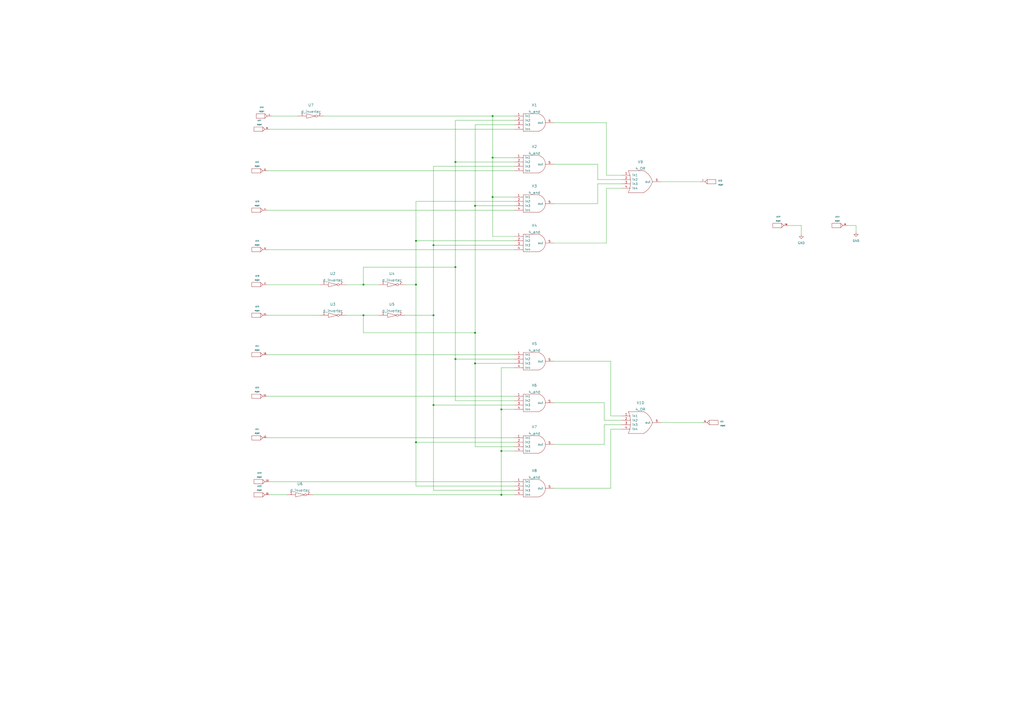
<source format=kicad_sch>
(kicad_sch (version 20211123) (generator eeschema)
  (paper "A2")
  (lib_symbols
    (symbol "eSim_Digital:d_inverter" (pin_names (offset 1.016))
      (property "Reference" "U" (at 0 -2.54 0))
      (property "Value" "d_inverter" (at 0 3.81 0))
      (symbol "d_inverter_0_1"
        (polyline (pts (xy -2.54 1.27) (xy -2.54 -1.27) (xy 2.54 0) (xy -2.54 1.27)))
      )
      (symbol "d_inverter_1_1"
        (pin input line (at -7.62 0 0) (length 5.08) (name "~") (number "1"))
        (pin output inverted (at 7.62 0 180) (length 5.08) (name "~") (number "2"))
      )
    )
    (symbol "eSim_Miscellaneous:PORT" (pin_names (offset 1.016))
      (property "Reference" "U" (at 1.27 2.54 0))
      (property "Value" "PORT" (at 0 0 0))
      (symbol "PORT_0_1"
        (rectangle (start -2.54 1.27) (end 2.54 -1.27))
        (arc (start 2.54 1.27) (mid 3.1355 0.5955) (end 3.81 0))
        (arc (start 3.81 0) (mid 3.1447 -0.6046) (end 2.54 -1.27))
      )
      (symbol "PORT_1_1"
        (pin bidirectional line (at 6.35 0 180) (length 2.54) (name "~") (number "1"))
      )
      (symbol "PORT_2_1"
        (pin bidirectional line (at 6.35 0 180) (length 2.54) (name "~") (number "2"))
      )
      (symbol "PORT_3_1"
        (pin bidirectional line (at 6.35 0 180) (length 2.54) (name "~") (number "3"))
      )
      (symbol "PORT_4_1"
        (pin bidirectional line (at 6.35 0 180) (length 2.54) (name "~") (number "4"))
      )
      (symbol "PORT_5_1"
        (pin bidirectional line (at 6.35 0 180) (length 2.54) (name "~") (number "5"))
      )
      (symbol "PORT_6_1"
        (pin bidirectional line (at 6.35 0 180) (length 2.54) (name "~") (number "6"))
      )
      (symbol "PORT_7_1"
        (pin bidirectional line (at 6.35 0 180) (length 2.54) (name "~") (number "7"))
      )
      (symbol "PORT_8_1"
        (pin bidirectional line (at 6.35 0 180) (length 2.54) (name "~") (number "8"))
      )
      (symbol "PORT_9_1"
        (pin bidirectional line (at 6.35 0 180) (length 2.54) (name "~") (number "9"))
      )
      (symbol "PORT_10_1"
        (pin bidirectional line (at 6.35 0 180) (length 2.54) (name "~") (number "10"))
      )
      (symbol "PORT_11_1"
        (pin bidirectional line (at 6.35 0 180) (length 2.54) (name "~") (number "11"))
      )
      (symbol "PORT_12_1"
        (pin bidirectional line (at 6.35 0 180) (length 2.54) (name "~") (number "12"))
      )
      (symbol "PORT_13_1"
        (pin bidirectional line (at 6.35 0 180) (length 2.54) (name "~") (number "13"))
      )
      (symbol "PORT_14_1"
        (pin bidirectional line (at 6.35 0 180) (length 2.54) (name "~") (number "14"))
      )
      (symbol "PORT_15_1"
        (pin bidirectional line (at 6.35 0 180) (length 2.54) (name "~") (number "15"))
      )
      (symbol "PORT_16_1"
        (pin bidirectional line (at 6.35 0 180) (length 2.54) (name "~") (number "16"))
      )
      (symbol "PORT_17_1"
        (pin bidirectional line (at 6.35 0 180) (length 2.54) (name "~") (number "17"))
      )
      (symbol "PORT_18_1"
        (pin bidirectional line (at 6.35 0 180) (length 2.54) (name "~") (number "18"))
      )
      (symbol "PORT_19_1"
        (pin bidirectional line (at 6.35 0 180) (length 2.54) (name "~") (number "19"))
      )
      (symbol "PORT_20_1"
        (pin bidirectional line (at 6.35 0 180) (length 2.54) (name "~") (number "20"))
      )
      (symbol "PORT_21_1"
        (pin bidirectional line (at 6.35 0 180) (length 2.54) (name "~") (number "21"))
      )
      (symbol "PORT_22_1"
        (pin bidirectional line (at 6.35 0 180) (length 2.54) (name "~") (number "22"))
      )
      (symbol "PORT_23_1"
        (pin bidirectional line (at 6.35 0 180) (length 2.54) (name "~") (number "23"))
      )
      (symbol "PORT_24_1"
        (pin bidirectional line (at 6.35 0 180) (length 2.54) (name "~") (number "24"))
      )
      (symbol "PORT_25_1"
        (pin bidirectional line (at 6.35 0 180) (length 2.54) (name "~") (number "25"))
      )
      (symbol "PORT_26_1"
        (pin bidirectional line (at 6.35 0 180) (length 2.54) (name "~") (number "26"))
      )
    )
    (symbol "eSim_Power:eSim_GND" (power) (pin_names (offset 0))
      (property "Value" "eSim_GND" (at 0 -3.81 0))
      (symbol "eSim_GND_0_1"
        (polyline (pts (xy 0 0) (xy 0 -1.27) (xy 1.27 -1.27) (xy 0 -2.54) (xy -1.27 -1.27) (xy 0 -1.27)))
      )
      (symbol "eSim_GND_1_1"
        (pin power_in line (at 0 0 270) (length 0) hide (name "GND") (number "1"))
      )
    )
    (symbol "eSim_Subckt:4_OR" (pin_names (offset 1.016))
      (property "Reference" "X" (at 3.81 -2.54 0))
      (property "Value" "4_OR" (at 3.81 2.54 0))
      (symbol "4_OR_0_1"
        (arc (start -5.08 -6.35) (mid -3.81 0) (end -5.08 6.35))
        (polyline (pts (xy -5.08 -6.35) (xy 3.81 -6.35)))
        (polyline (pts (xy -5.08 6.35) (xy 3.81 6.35)))
        (arc (start 3.81 -6.35) (mid 6.9463 -3.651) (end 8.89 0))
        (arc (start 8.89 0) (mid 7.0265 3.7162) (end 3.81 6.35))
      )
      (symbol "4_OR_1_1"
        (pin input line (at -8.89 3.81 0) (length 5.08) (name "in1") (number "1"))
        (pin input line (at -8.89 1.27 0) (length 5.08) (name "in2") (number "2"))
        (pin input line (at -8.89 -1.27 0) (length 5.08) (name "in3") (number "3"))
        (pin input line (at -8.89 -3.81 0) (length 5.08) (name "in4") (number "4"))
        (pin output line (at 13.97 0 180) (length 5.08) (name "out") (number "5"))
      )
    )
    (symbol "eSim_Subckt:4_and" (pin_names (offset 1.016))
      (property "Reference" "X" (at 1.27 -1.27 0))
      (property "Value" "4_and" (at 2.54 2.54 0))
      (symbol "4_and_0_1"
        (polyline (pts (xy -5.08 5.08) (xy 3.81 5.08)))
        (polyline (pts (xy -5.08 5.08) (xy -5.08 -5.08) (xy 1.27 -5.08) (xy 3.81 -5.08)))
        (arc (start 3.81 -5.08) (mid 7.7763 0) (end 3.81 5.08))
      )
      (symbol "4_and_1_1"
        (pin input line (at -10.16 3.81 0) (length 5.08) (name "in1") (number "1"))
        (pin input line (at -10.16 1.27 0) (length 5.08) (name "in2") (number "2"))
        (pin input line (at -10.16 -1.27 0) (length 5.08) (name "in3") (number "3"))
        (pin input line (at -10.16 -3.81 0) (length 5.08) (name "in4") (number "4"))
        (pin output line (at 12.7 0 180) (length 5.08) (name "out") (number "5"))
      )
    )
  )
  (junction (at 285.75 91.44))
  (junction (at 275.59 193.04))
  (junction (at 264.16 154.94))
  (junction (at 264.16 93.98))
  (junction (at 264.16 208.28))
  (junction (at 251.46 234.95))
  (junction (at 241.3 165.1))
  (junction (at 275.59 119.38))
  (junction (at 290.83 237.49))
  (junction (at 210.82 165.1))
  (junction (at 251.46 142.24))
  (junction (at 285.75 67.31))
  (junction (at 251.46 182.88))
  (junction (at 241.3 256.54))
  (junction (at 285.75 114.3))
  (junction (at 290.83 261.62))
  (junction (at 210.82 182.88))
  (junction (at 290.83 287.02))
  (junction (at 275.59 210.82))
  (junction (at 241.3 139.7))
  (wire (pts (xy 154.94 254) (xy 298.45 254)))
  (wire (pts (xy 241.3 256.54) (xy 298.45 256.54)))
  (wire (pts (xy 383.54 105.41) (xy 406.4 105.41)))
  (wire (pts (xy 285.75 67.31) (xy 298.45 67.31)))
  (wire (pts (xy 464.82 130.81) (xy 457.2 130.81)))
  (wire (pts (xy 241.3 139.7) (xy 298.45 139.7)))
  (wire (pts (xy 210.82 182.88) (xy 219.71 182.88)))
  (wire (pts (xy 251.46 96.52) (xy 298.45 96.52)))
  (wire (pts (xy 354.33 209.55) (xy 354.33 241.3)))
  (wire (pts (xy 251.46 234.95) (xy 251.46 182.88)))
  (wire (pts (xy 251.46 234.95) (xy 298.45 234.95)))
  (wire (pts (xy 154.94 121.92) (xy 298.45 121.92)))
  (wire (pts (xy 350.52 233.68) (xy 350.52 243.84)))
  (wire (pts (xy 321.31 140.97) (xy 351.79 140.97)))
  (wire (pts (xy 241.3 256.54) (xy 241.3 281.94)))
  (wire (pts (xy 321.31 257.81) (xy 350.52 257.81)))
  (wire (pts (xy 290.83 287.02) (xy 298.45 287.02)))
  (wire (pts (xy 290.83 261.62) (xy 298.45 261.62)))
  (wire (pts (xy 154.94 205.74) (xy 298.45 205.74)))
  (wire (pts (xy 298.45 259.08) (xy 275.59 259.08)))
  (wire (pts (xy 351.79 140.97) (xy 351.79 109.22)))
  (wire (pts (xy 154.94 144.78) (xy 298.45 144.78)))
  (wire (pts (xy 275.59 72.39) (xy 275.59 119.38)))
  (wire (pts (xy 156.21 279.4) (xy 298.45 279.4)))
  (wire (pts (xy 275.59 119.38) (xy 275.59 193.04)))
  (wire (pts (xy 290.83 261.62) (xy 290.83 287.02)))
  (wire (pts (xy 210.82 182.88) (xy 210.82 193.04)))
  (wire (pts (xy 290.83 237.49) (xy 290.83 261.62)))
  (wire (pts (xy 154.94 99.06) (xy 298.45 99.06)))
  (wire (pts (xy 321.31 209.55) (xy 354.33 209.55)))
  (wire (pts (xy 275.59 210.82) (xy 298.45 210.82)))
  (wire (pts (xy 275.59 72.39) (xy 298.45 72.39)))
  (wire (pts (xy 264.16 208.28) (xy 298.45 208.28)))
  (wire (pts (xy 354.33 248.92) (xy 360.68 248.92)))
  (wire (pts (xy 290.83 237.49) (xy 298.45 237.49)))
  (wire (pts (xy 321.31 71.12) (xy 351.79 71.12)))
  (wire (pts (xy 346.71 106.68) (xy 360.68 106.68)))
  (wire (pts (xy 210.82 154.94) (xy 264.16 154.94)))
  (wire (pts (xy 264.16 232.41) (xy 264.16 208.28)))
  (wire (pts (xy 200.66 165.1) (xy 210.82 165.1)))
  (wire (pts (xy 210.82 165.1) (xy 219.71 165.1)))
  (wire (pts (xy 321.31 233.68) (xy 350.52 233.68)))
  (wire (pts (xy 154.94 182.88) (xy 185.42 182.88)))
  (wire (pts (xy 354.33 241.3) (xy 360.68 241.3)))
  (wire (pts (xy 241.3 116.84) (xy 241.3 139.7)))
  (wire (pts (xy 464.82 135.89) (xy 464.82 130.81)))
  (wire (pts (xy 298.45 232.41) (xy 264.16 232.41)))
  (wire (pts (xy 234.95 165.1) (xy 241.3 165.1)))
  (wire (pts (xy 264.16 93.98) (xy 264.16 69.85)))
  (wire (pts (xy 285.75 91.44) (xy 298.45 91.44)))
  (wire (pts (xy 383.54 245.11) (xy 407.67 245.11)))
  (wire (pts (xy 350.52 243.84) (xy 360.68 243.84)))
  (wire (pts (xy 181.61 287.02) (xy 290.83 287.02)))
  (wire (pts (xy 290.83 213.36) (xy 290.83 237.49)))
  (wire (pts (xy 264.16 208.28) (xy 264.16 154.94)))
  (wire (pts (xy 200.66 182.88) (xy 210.82 182.88)))
  (wire (pts (xy 157.48 67.31) (xy 172.72 67.31)))
  (wire (pts (xy 156.21 287.02) (xy 166.37 287.02)))
  (wire (pts (xy 210.82 193.04) (xy 275.59 193.04)))
  (wire (pts (xy 275.59 193.04) (xy 275.59 210.82)))
  (wire (pts (xy 346.71 95.25) (xy 346.71 104.14)))
  (wire (pts (xy 275.59 210.82) (xy 275.59 259.08)))
  (wire (pts (xy 298.45 116.84) (xy 241.3 116.84)))
  (wire (pts (xy 350.52 246.38) (xy 360.68 246.38)))
  (wire (pts (xy 350.52 257.81) (xy 350.52 246.38)))
  (wire (pts (xy 264.16 93.98) (xy 298.45 93.98)))
  (wire (pts (xy 285.75 114.3) (xy 298.45 114.3)))
  (wire (pts (xy 321.31 118.11) (xy 346.71 118.11)))
  (wire (pts (xy 285.75 114.3) (xy 285.75 91.44)))
  (wire (pts (xy 251.46 182.88) (xy 251.46 142.24)))
  (wire (pts (xy 285.75 137.16) (xy 285.75 114.3)))
  (wire (pts (xy 156.21 74.93) (xy 298.45 74.93)))
  (wire (pts (xy 351.79 71.12) (xy 351.79 101.6)))
  (wire (pts (xy 154.94 165.1) (xy 185.42 165.1)))
  (wire (pts (xy 187.96 67.31) (xy 285.75 67.31)))
  (wire (pts (xy 496.57 134.62) (xy 496.57 130.81)))
  (wire (pts (xy 321.31 283.21) (xy 354.33 283.21)))
  (wire (pts (xy 298.45 137.16) (xy 285.75 137.16)))
  (wire (pts (xy 264.16 69.85) (xy 298.45 69.85)))
  (wire (pts (xy 298.45 284.48) (xy 251.46 284.48)))
  (wire (pts (xy 251.46 142.24) (xy 251.46 96.52)))
  (wire (pts (xy 241.3 165.1) (xy 241.3 256.54)))
  (wire (pts (xy 351.79 109.22) (xy 360.68 109.22)))
  (wire (pts (xy 154.94 229.87) (xy 298.45 229.87)))
  (wire (pts (xy 354.33 283.21) (xy 354.33 248.92)))
  (wire (pts (xy 241.3 281.94) (xy 298.45 281.94)))
  (wire (pts (xy 285.75 91.44) (xy 285.75 67.31)))
  (wire (pts (xy 321.31 95.25) (xy 346.71 95.25)))
  (wire (pts (xy 346.71 104.14) (xy 360.68 104.14)))
  (wire (pts (xy 234.95 182.88) (xy 251.46 182.88)))
  (wire (pts (xy 298.45 213.36) (xy 290.83 213.36)))
  (wire (pts (xy 346.71 118.11) (xy 346.71 106.68)))
  (wire (pts (xy 241.3 139.7) (xy 241.3 165.1)))
  (wire (pts (xy 275.59 119.38) (xy 298.45 119.38)))
  (wire (pts (xy 351.79 101.6) (xy 360.68 101.6)))
  (wire (pts (xy 210.82 165.1) (xy 210.82 154.94)))
  (wire (pts (xy 251.46 284.48) (xy 251.46 234.95)))
  (wire (pts (xy 496.57 130.81) (xy 491.49 130.81)))
  (wire (pts (xy 264.16 154.94) (xy 264.16 93.98)))
  (wire (pts (xy 251.46 142.24) (xy 298.45 142.24)))
  (symbol (lib_id "eSim_Subckt:4_and") (at 308.61 140.97 0) (unit 1)
    (property "Reference" "X4" (at 309.9581 130.81 0) (effects (font (size 1.524 1.524))))
    (property "Value" "4_and" (at 309.9581 134.62 0) (effects (font (size 1.524 1.524))))
  )
  (symbol (lib_id "eSim_Power:eSim_GND") (at 496.57 134.62 0) (unit 1)
    (property "Reference" "#PWR02" (effects hide))
    (property "Value" "eSim_GND" (at 496.57 139.7 0))
  )
  (symbol (lib_id "eSim_Miscellaneous:PORT") (at 148.59 121.92 0) (unit 4)
    (property "Reference" "U1" (at 149.225 116.84 0) (effects (font (size 0.762 0.762))))
    (property "Value" "PORT" (at 149.225 119.38 0) (effects (font (size 0.762 0.762))))
  )
  (symbol (lib_id "eSim_Subckt:4_and") (at 308.61 283.21 0) (unit 1)
    (property "Reference" "X8" (at 309.9581 273.05 0) (effects (font (size 1.524 1.524))))
    (property "Value" "4_and" (at 309.9581 276.86 0) (effects (font (size 1.524 1.524))))
  )
  (symbol (lib_id "eSim_Miscellaneous:PORT") (at 148.59 229.87 0) (unit 11)
    (property "Reference" "U1" (at 149.225 224.79 0) (effects (font (size 0.762 0.762))))
    (property "Value" "PORT" (at 149.225 227.33 0) (effects (font (size 0.762 0.762))))
  )
  (symbol (lib_id "eSim_Miscellaneous:PORT") (at 151.13 67.31 0) (unit 1)
    (property "Reference" "U1" (at 151.765 62.23 0) (effects (font (size 0.762 0.762))))
    (property "Value" "PORT" (at 151.765 64.77 0) (effects (font (size 0.762 0.762))))
  )
  (symbol (lib_id "eSim_Miscellaneous:PORT") (at 149.86 279.4 0) (unit 13)
    (property "Reference" "U1" (at 150.495 274.32 0) (effects (font (size 0.762 0.762))))
    (property "Value" "PORT" (at 150.495 276.86 0) (effects (font (size 0.762 0.762))))
  )
  (symbol (lib_id "eSim_Miscellaneous:PORT") (at 148.59 144.78 0) (unit 3)
    (property "Reference" "U1" (at 149.225 139.7 0) (effects (font (size 0.762 0.762))))
    (property "Value" "PORT" (at 149.225 142.24 0) (effects (font (size 0.762 0.762))))
  )
  (symbol (lib_id "eSim_Miscellaneous:PORT") (at 148.59 99.06 0) (unit 5)
    (property "Reference" "U1" (at 149.225 93.98 0) (effects (font (size 0.762 0.762))))
    (property "Value" "PORT" (at 149.225 96.52 0) (effects (font (size 0.762 0.762))))
  )
  (symbol (lib_id "eSim_Miscellaneous:PORT") (at 148.59 182.88 0) (unit 14)
    (property "Reference" "U1" (at 149.225 177.8 0) (effects (font (size 0.762 0.762))))
    (property "Value" "PORT" (at 149.225 180.34 0) (effects (font (size 0.762 0.762))))
  )
  (symbol (lib_id "eSim_Digital:d_inverter") (at 173.99 287.02 0) (unit 1)
    (property "Reference" "U6" (at 173.99 280.67 0) (effects (font (size 1.524 1.524))))
    (property "Value" "d_inverter" (at 173.99 284.48 0) (effects (font (size 1.524 1.524))))
  )
  (symbol (lib_id "eSim_Digital:d_inverter") (at 227.33 182.88 0) (unit 1)
    (property "Reference" "U5" (at 227.33 176.53 0) (effects (font (size 1.524 1.524))))
    (property "Value" "d_inverter" (at 227.33 180.34 0) (effects (font (size 1.524 1.524))))
  )
  (symbol (lib_id "eSim_Miscellaneous:PORT") (at 412.75 105.41 180) (unit 7)
    (property "Reference" "U1" (at 416.56 104.775 0) (effects (font (size 0.762 0.762)) (justify right)))
    (property "Value" "PORT" (at 416.56 107.315 0) (effects (font (size 0.762 0.762)) (justify right)))
  )
  (symbol (lib_id "eSim_Miscellaneous:PORT") (at 148.59 205.74 0) (unit 10)
    (property "Reference" "U1" (at 149.225 200.66 0) (effects (font (size 0.762 0.762))))
    (property "Value" "PORT" (at 149.225 203.2 0) (effects (font (size 0.762 0.762))))
  )
  (symbol (lib_id "eSim_Miscellaneous:PORT") (at 485.14 130.81 0) (unit 8)
    (property "Reference" "U1" (at 485.775 125.73 0) (effects (font (size 0.762 0.762))))
    (property "Value" "PORT" (at 485.775 128.27 0) (effects (font (size 0.762 0.762))))
  )
  (symbol (lib_id "eSim_Miscellaneous:PORT") (at 149.86 74.93 0) (unit 6)
    (property "Reference" "U1" (at 150.495 69.85 0) (effects (font (size 0.762 0.762))))
    (property "Value" "PORT" (at 150.495 72.39 0) (effects (font (size 0.762 0.762))))
  )
  (symbol (lib_id "eSim_Miscellaneous:PORT") (at 149.86 287.02 0) (unit 15)
    (property "Reference" "U1" (at 150.495 281.94 0) (effects (font (size 0.762 0.762))))
    (property "Value" "PORT" (at 150.495 284.48 0) (effects (font (size 0.762 0.762))))
  )
  (symbol (lib_id "eSim_Digital:d_inverter") (at 193.04 165.1 0) (unit 1)
    (property "Reference" "U2" (at 193.04 158.75 0) (effects (font (size 1.524 1.524))))
    (property "Value" "d_inverter" (at 193.04 162.56 0) (effects (font (size 1.524 1.524))))
  )
  (symbol (lib_id "eSim_Miscellaneous:PORT") (at 148.59 165.1 0) (unit 2)
    (property "Reference" "U1" (at 149.225 160.02 0) (effects (font (size 0.762 0.762))))
    (property "Value" "PORT" (at 149.225 162.56 0) (effects (font (size 0.762 0.762))))
  )
  (symbol (lib_id "eSim_Subckt:4_and") (at 308.61 95.25 0) (unit 1)
    (property "Reference" "X2" (at 309.9581 85.09 0) (effects (font (size 1.524 1.524))))
    (property "Value" "4_and" (at 309.9581 88.9 0) (effects (font (size 1.524 1.524))))
  )
  (symbol (lib_id "eSim_Subckt:4_and") (at 308.61 257.81 0) (unit 1)
    (property "Reference" "X7" (at 309.9581 247.65 0) (effects (font (size 1.524 1.524))))
    (property "Value" "4_and" (at 309.9581 251.46 0) (effects (font (size 1.524 1.524))))
  )
  (symbol (lib_id "eSim_Miscellaneous:PORT") (at 148.59 254 0) (unit 12)
    (property "Reference" "U1" (at 149.225 248.92 0) (effects (font (size 0.762 0.762))))
    (property "Value" "PORT" (at 149.225 251.46 0) (effects (font (size 0.762 0.762))))
  )
  (symbol (lib_id "eSim_Power:eSim_GND") (at 464.82 135.89 0) (unit 1)
    (property "Reference" "#PWR01" (effects hide))
    (property "Value" "eSim_GND" (at 464.82 140.97 0))
  )
  (symbol (lib_id "eSim_Miscellaneous:PORT") (at 450.85 130.81 0) (unit 16)
    (property "Reference" "U1" (at 451.485 125.73 0) (effects (font (size 0.762 0.762))))
    (property "Value" "PORT" (at 451.485 128.27 0) (effects (font (size 0.762 0.762))))
  )
  (symbol (lib_id "eSim_Subckt:4_and") (at 308.61 209.55 0) (unit 1)
    (property "Reference" "X5" (at 309.9581 199.39 0) (effects (font (size 1.524 1.524))))
    (property "Value" "4_and" (at 309.9581 203.2 0) (effects (font (size 1.524 1.524))))
  )
  (symbol (lib_id "eSim_Digital:d_inverter") (at 227.33 165.1 0) (unit 1)
    (property "Reference" "U4" (at 227.33 158.75 0) (effects (font (size 1.524 1.524))))
    (property "Value" "d_inverter" (at 227.33 162.56 0) (effects (font (size 1.524 1.524))))
  )
  (symbol (lib_id "eSim_Subckt:4_OR") (at 369.57 245.11 0) (unit 1)
    (property "Reference" "X10" (at 371.475 233.68 0) (effects (font (size 1.524 1.524))))
    (property "Value" "4_OR" (at 371.475 237.49 0) (effects (font (size 1.524 1.524))))
  )
  (symbol (lib_id "eSim_Digital:d_inverter") (at 180.34 67.31 0) (unit 1)
    (property "Reference" "U7" (at 180.34 60.96 0) (effects (font (size 1.524 1.524))))
    (property "Value" "d_inverter" (at 180.34 64.77 0) (effects (font (size 1.524 1.524))))
  )
  (symbol (lib_id "eSim_Subckt:4_OR") (at 369.57 105.41 0) (unit 1)
    (property "Reference" "X9" (at 371.475 93.98 0) (effects (font (size 1.524 1.524))))
    (property "Value" "4_OR" (at 371.475 97.79 0) (effects (font (size 1.524 1.524))))
  )
  (symbol (lib_id "eSim_Subckt:4_and") (at 308.61 233.68 0) (unit 1)
    (property "Reference" "X6" (at 309.9581 223.52 0) (effects (font (size 1.524 1.524))))
    (property "Value" "4_and" (at 309.9581 227.33 0) (effects (font (size 1.524 1.524))))
  )
  (symbol (lib_id "eSim_Digital:d_inverter") (at 193.04 182.88 0) (unit 1)
    (property "Reference" "U3" (at 193.04 176.53 0) (effects (font (size 1.524 1.524))))
    (property "Value" "d_inverter" (at 193.04 180.34 0) (effects (font (size 1.524 1.524))))
  )
  (symbol (lib_id "eSim_Subckt:4_and") (at 308.61 71.12 0) (unit 1)
    (property "Reference" "X1" (at 309.9581 60.96 0) (effects (font (size 1.524 1.524))))
    (property "Value" "4_and" (at 309.9581 64.77 0) (effects (font (size 1.524 1.524))))
  )
  (symbol (lib_id "eSim_Miscellaneous:PORT") (at 414.02 245.11 180) (unit 9)
    (property "Reference" "U1" (at 417.83 244.475 0) (effects (font (size 0.762 0.762)) (justify right)))
    (property "Value" "PORT" (at 417.83 247.015 0) (effects (font (size 0.762 0.762)) (justify right)))
  )
  (symbol (lib_id "eSim_Subckt:4_and") (at 308.61 118.11 0) (unit 1)
    (property "Reference" "X3" (at 309.9581 107.95 0) (effects (font (size 1.524 1.524))))
    (property "Value" "4_and" (at 309.9581 111.76 0) (effects (font (size 1.524 1.524))))
  )
)
</source>
